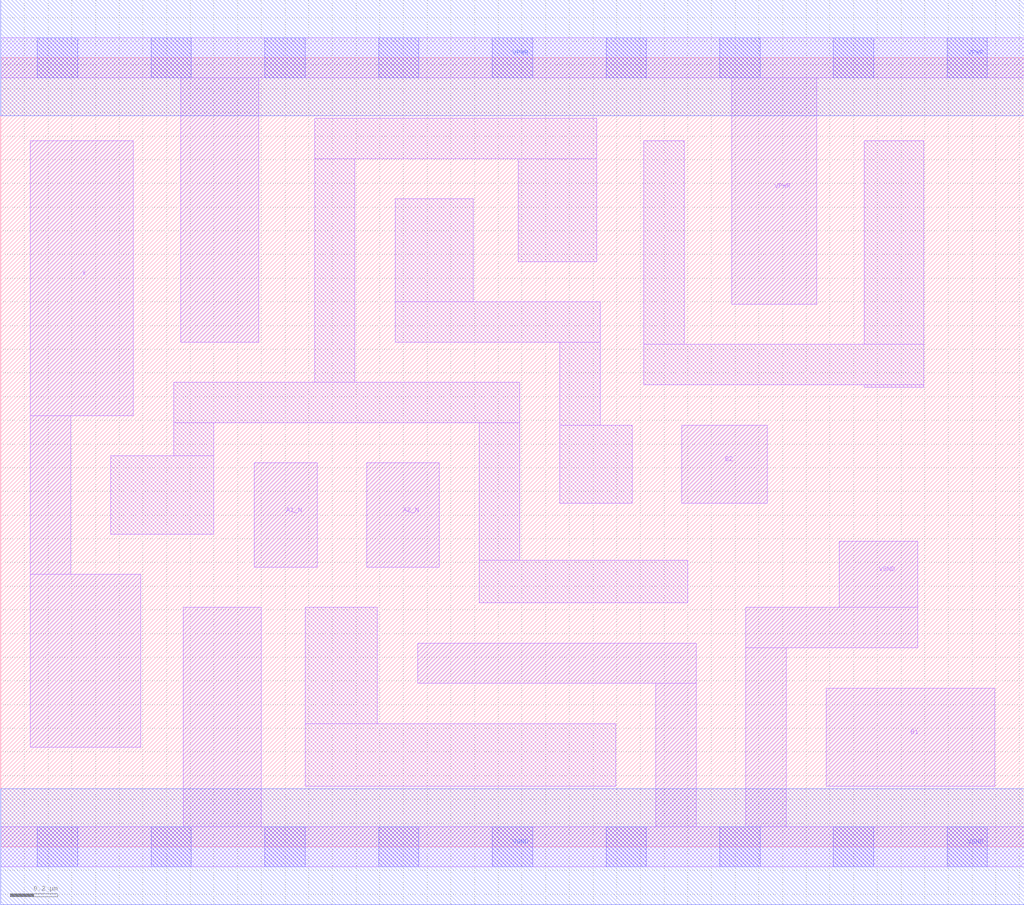
<source format=lef>
# Copyright 2020 The SkyWater PDK Authors
#
# Licensed under the Apache License, Version 2.0 (the "License");
# you may not use this file except in compliance with the License.
# You may obtain a copy of the License at
#
#     https://www.apache.org/licenses/LICENSE-2.0
#
# Unless required by applicable law or agreed to in writing, software
# distributed under the License is distributed on an "AS IS" BASIS,
# WITHOUT WARRANTIES OR CONDITIONS OF ANY KIND, either express or implied.
# See the License for the specific language governing permissions and
# limitations under the License.
#
# SPDX-License-Identifier: Apache-2.0

VERSION 5.7 ;
  NAMESCASESENSITIVE ON ;
  NOWIREEXTENSIONATPIN ON ;
  DIVIDERCHAR "/" ;
  BUSBITCHARS "[]" ;
UNITS
  DATABASE MICRONS 200 ;
END UNITS
MACRO sky130_fd_sc_ls__a2bb2o_1
  CLASS CORE ;
  SOURCE USER ;
  FOREIGN sky130_fd_sc_ls__a2bb2o_1 ;
  ORIGIN  0.000000  0.000000 ;
  SIZE  4.320000 BY  3.330000 ;
  SYMMETRY X Y ;
  SITE unit ;
  PIN A1_N
    ANTENNAGATEAREA  0.232500 ;
    DIRECTION INPUT ;
    USE SIGNAL ;
    PORT
      LAYER li1 ;
        RECT 1.070000 1.180000 1.335000 1.620000 ;
    END
  END A1_N
  PIN A2_N
    ANTENNAGATEAREA  0.232500 ;
    DIRECTION INPUT ;
    USE SIGNAL ;
    PORT
      LAYER li1 ;
        RECT 1.545000 1.180000 1.850000 1.620000 ;
    END
  END A2_N
  PIN B1
    ANTENNAGATEAREA  0.246000 ;
    DIRECTION INPUT ;
    USE SIGNAL ;
    PORT
      LAYER li1 ;
        RECT 3.485000 0.255000 4.195000 0.670000 ;
    END
  END B1
  PIN B2
    ANTENNAGATEAREA  0.246000 ;
    DIRECTION INPUT ;
    USE SIGNAL ;
    PORT
      LAYER li1 ;
        RECT 2.875000 1.450000 3.235000 1.780000 ;
    END
  END B2
  PIN X
    ANTENNADIFFAREA  0.504100 ;
    DIRECTION OUTPUT ;
    USE SIGNAL ;
    PORT
      LAYER li1 ;
        RECT 0.125000 0.420000 0.590000 1.150000 ;
        RECT 0.125000 1.150000 0.295000 1.820000 ;
        RECT 0.125000 1.820000 0.560000 2.980000 ;
    END
  END X
  PIN VGND
    DIRECTION INOUT ;
    SHAPE ABUTMENT ;
    USE GROUND ;
    PORT
      LAYER li1 ;
        RECT 0.000000 -0.085000 4.320000 0.085000 ;
        RECT 0.770000  0.085000 1.100000 1.010000 ;
        RECT 1.760000  0.690000 2.935000 0.860000 ;
        RECT 2.765000  0.085000 2.935000 0.690000 ;
        RECT 3.145000  0.085000 3.315000 0.840000 ;
        RECT 3.145000  0.840000 3.870000 1.010000 ;
        RECT 3.540000  1.010000 3.870000 1.290000 ;
      LAYER mcon ;
        RECT 0.155000 -0.085000 0.325000 0.085000 ;
        RECT 0.635000 -0.085000 0.805000 0.085000 ;
        RECT 1.115000 -0.085000 1.285000 0.085000 ;
        RECT 1.595000 -0.085000 1.765000 0.085000 ;
        RECT 2.075000 -0.085000 2.245000 0.085000 ;
        RECT 2.555000 -0.085000 2.725000 0.085000 ;
        RECT 3.035000 -0.085000 3.205000 0.085000 ;
        RECT 3.515000 -0.085000 3.685000 0.085000 ;
        RECT 3.995000 -0.085000 4.165000 0.085000 ;
      LAYER met1 ;
        RECT 0.000000 -0.245000 4.320000 0.245000 ;
    END
  END VGND
  PIN VPWR
    DIRECTION INOUT ;
    SHAPE ABUTMENT ;
    USE POWER ;
    PORT
      LAYER li1 ;
        RECT 0.000000 3.245000 4.320000 3.415000 ;
        RECT 0.760000 2.130000 1.090000 3.245000 ;
        RECT 3.085000 2.290000 3.445000 3.245000 ;
      LAYER mcon ;
        RECT 0.155000 3.245000 0.325000 3.415000 ;
        RECT 0.635000 3.245000 0.805000 3.415000 ;
        RECT 1.115000 3.245000 1.285000 3.415000 ;
        RECT 1.595000 3.245000 1.765000 3.415000 ;
        RECT 2.075000 3.245000 2.245000 3.415000 ;
        RECT 2.555000 3.245000 2.725000 3.415000 ;
        RECT 3.035000 3.245000 3.205000 3.415000 ;
        RECT 3.515000 3.245000 3.685000 3.415000 ;
        RECT 3.995000 3.245000 4.165000 3.415000 ;
      LAYER met1 ;
        RECT 0.000000 3.085000 4.320000 3.575000 ;
    END
  END VPWR
  OBS
    LAYER li1 ;
      RECT 0.465000 1.320000 0.900000 1.650000 ;
      RECT 0.730000 1.650000 0.900000 1.790000 ;
      RECT 0.730000 1.790000 2.190000 1.960000 ;
      RECT 1.285000 0.255000 2.595000 0.520000 ;
      RECT 1.285000 0.520000 1.590000 1.010000 ;
      RECT 1.325000 1.960000 1.495000 2.905000 ;
      RECT 1.325000 2.905000 2.515000 3.075000 ;
      RECT 1.665000 2.130000 2.530000 2.300000 ;
      RECT 1.665000 2.300000 1.995000 2.735000 ;
      RECT 2.020000 1.030000 2.900000 1.210000 ;
      RECT 2.020000 1.210000 2.190000 1.790000 ;
      RECT 2.185000 2.470000 2.515000 2.905000 ;
      RECT 2.360000 1.450000 2.665000 1.780000 ;
      RECT 2.360000 1.780000 2.530000 2.130000 ;
      RECT 2.715000 1.950000 3.895000 2.120000 ;
      RECT 2.715000 2.120000 2.885000 2.980000 ;
      RECT 3.645000 1.940000 3.895000 1.950000 ;
      RECT 3.645000 2.120000 3.895000 2.980000 ;
  END
END sky130_fd_sc_ls__a2bb2o_1

</source>
